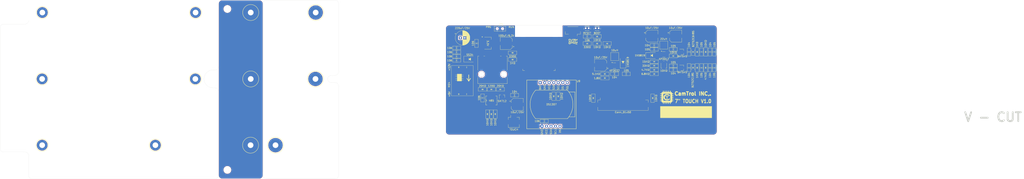
<source format=kicad_pcb>
(kicad_pcb (version 20240108) (generator "pcbnew") (generator_version "8.0")
  (layers (0 "F.Cu" signal) (31 "B.Cu" signal) (34 "B.Paste" user) (35 "F.Paste" user) (36 "B.SilkS" user "B.Silkscreen") (37 "F.SilkS" user "F.Silkscreen") (38 "B.Mask" user) (39 "F.Mask" user) (44 "Edge.Cuts" user))
  (net 0 "")
  (net 1 "GNDPWR")
  (net 2 "EN")
  (net 3 "+12P")
  (net 4 "RxD0")
  (net 5 "TxD0")
  (net 6 "BOOT")
  (net 7 "+5V")
  (net 8 "SDA")
  (net 9 "SCL")
  (net 10 "Net-(H1-Pad1)")
  (net 11 "Net-(H10-Pad1)")
  (net 12 "/485-B")
  (net 13 "/485-A")
  (net 14 "DI")
  (net 15 "ENABLE")
  (net 16 "RO")
  (net 17 "+3V3")
  (net 18 "R2")
  (net 19 "Net-(D32-A)")
  (net 20 "Net-(D33-K)")
  (net 21 "VGL")
  (net 22 "Net-(D35-A)")
  (net 23 "Net-(D32-COM)")
  (net 24 "Net-(D34-COM)")
  (net 25 "Net-(D34-A)")
  (net 26 "VGH")
  (net 27 "AVDD_LCD")
  (net 28 "Net-(AUX_BT1-Pad2)")
  (net 29 "VLED+")
  (net 30 "Net-(J8-Pad12)")
  (net 31 "HUMAN-SENSOR")
  (net 33 "Net-(J8-Pad10)")
  (net 34 "Net-(SW1-A)")
  (net 35 "Net-(R58-Pad2)")
  (net 36 "Net-(U6-FB)")
  (net 37 "LCD_VDD_EN")
  (net 38 "BL_EN_1")
  (net 39 "Net-(U7-FB)")
  (net 40 "Net-(D37-A)")
  (net 45 "R5")
  (net 46 "CTP_IRQ")
  (net 47 "G3")
  (net 48 "LCD_RST")
  (net 49 "R4")
  (net 50 "DCLK")
  (net 51 "CTP_RST")
  (net 53 "B5")
  (net 54 "HSYSNC")
  (net 55 "B6")
  (net 56 "B4")
  (net 57 "G6")
  (net 58 "G7")
  (net 59 "G5")
  (net 60 "B3")
  (net 61 "DE")
  (net 62 "G4")
  (net 63 "R7")
  (net 64 "R3")
  (net 65 "B7")
  (net 67 "G2")
  (net 68 "R6")
  (net 69 "VSYSNC")
  (net 70 "Net-(AUX_BT1-Pad3)")
  (net 71 "Net-(AUX_BT1-Pad1)")
  (net 72 "VLED-")
  (net 73 "Net-(J14-Pin_8)")
  (net 74 "Net-(J14-Pin_47)")
  (net 75 "CTP_SDA")
  (net 76 "CTP_SCL")
  (net 77 "VCOM")
  (net 81 "Net-(J1-Pin_1)")
  (footprint "Server:R_0805_HandSoldering" (layer "F.Cu") (at 116.1 58.7)
    (property "Reference" "R58" (hide yes))
    (property "Value" "330Ω")
  )
  (footprint "Server:C_0805_HandSoldering" (layer "F.Cu") (at 131.4 75.8 180)
    (property "Reference" "C37" (hide yes))
    (property "Value" "104")
  )
  (footprint "Server:C_0805_HandSoldering" (layer "F.Cu") (at 164.4 71.2)
    (property "Reference" "C32" (hide yes))
    (property "Value" "105")
  )
  (footprint "Server:NW3-SK-02" (layer "F.Cu") (at 67.1 50.3)
    (property "Reference" "SW1" (hide yes))
    (property "Value" "NW3-SK-02" (hide yes))
  )
  (footprint "Server:R_0805_HandSoldering" (layer "F.Cu") (at 57.35 84.5 180)
    (property "Reference" "R70" (hide yes))
    (property "Value" "20KΩ")
  )
  (footprint "Server.pretty:MountingHole_3.2mm_M3-support" (layer "F.Cu") (at -72.755 78.61)
    (property "Reference" "H10" (hide yes))
    (property "Value" "MH" (hide yes))
  )
  (footprint "Potentiometer_SMD:Potentiometer_Bourns_TC33X_Vertical" (layer "F.Cu") (at 159.1 70.7 -90)
    (property "Reference" "AUX_BT1" (hide yes))
    (property "Value" "10KΩ")
  )
  (footprint "Server:D_SMA" (layer "F.Cu") (at 152.4 65.4)
    (property "Reference" "D35" (hide yes))
    (property "Value" "1N5819")
  )
  (footprint "Server:MP3-2x4x3.5mm-TACT" (layer "F.Cu") (at 116.05 50.05 180)
    (property "Reference" "SW2" (hide yes))
    (property "Value" "SW_Push" (hide yes))
  )
  (footprint "Server:R_0805_HandSoldering" (layer "F.Cu") (at 74.2 63.9)
    (property "Reference" "R74" (hide yes))
    (property "Value" "330Ω")
  )
  (footprint "Server:R_0805_HandSoldering" (layer "F.Cu") (at 153.7 68.9)
    (property "Reference" "R57" (hide yes))
    (property "Value" "15KΩ")
  )
  (footprint "Server:SOT-23" (layer "F.Cu") (at 68.25 88.3 90)
    (property "Reference" "D28" (hide yes))
    (property "Value" "SM712")
  )
  (footprint "Server:C_0805_HandSoldering" (layer "F.Cu") (at 138 75.8)
    (property "Reference" "C36" (hide yes))
    (property "Value" "105")
  )
  (footprint "Capacitor_SMD:CP_Elec_6.3x3" (layer "F.Cu") (at 123.6 70.8 180)
    (property "Reference" "C35" (hide yes))
    (property "Value" "10uF/25V")
  )
  (footprint "Server:R_0805_HandSoldering" (layer "F.Cu") (at 126 78.1)
    (property "Reference" "R66" (hide yes))
    (property "Value" "1.8Ω")
  )
  (footprint "Server:C_0805_HandSoldering" (layer "F.Cu") (at 187.4 63.4 90)
    (property "Reference" "C22" (hide yes))
    (property "Value" "105")
  )
  (footprint "Server.pretty:MountingHole_3.2mm_M3-pcb" (layer "F.Cu") (at -189.8 115.88)
    (property "Reference" "H4" (hide yes))
    (property "Value" "MH" (hide yes))
  )
  (footprint "Server:C_0805_HandSoldering" (layer "F.Cu") (at 164.4 73.5)
    (property "Reference" "C31" (hide yes))
    (property "Value" "104")
  )
  (footprint "Server:SOT-23" (layer "F.Cu") (at 169.4 63.4)
    (property "Reference" "D32" (hide yes))
    (property "Value" "BAT54S")
  )
  (footprint "Server:SOT-23" (layer "F.Cu") (at 169.4 72.3)
    (property "Reference" "D34" (hide yes))
    (property "Value" "BAT54S")
  )
  (footprint "Server.pretty:MountingHole_3.2mm_M3-support" (layer "F.Cu") (at -72.755 41.23)
    (property "Reference" "H12" (hide yes))
    (property "Value" "MH" (hide yes))
  )
  (footprint "Server:D_SMA" (layer "F.Cu") (at 50.2 67.5)
    (property "Reference" "D33" (hide yes))
    (property "Value" "SS34")
  )
  (footprint "Server:R_0805_HandSoldering" (layer "F.Cu") (at 153.7 75.8)
    (property "Reference" "R62" (hide yes))
    (property "Value" "6.8KΩ")
  )
  (footprint "Server.pretty:MountingHole_3.2mm_M3-support" (layer "F.Cu") (at -36.295 41.23)
    (property "Reference" "H1" (hide yes))
    (property "Value" "MH" (hide yes))
  )
  (footprint "Server:MAX485" (layer "F.Cu") (at 62.305 90.733 90)
    (property "Reference" "U8" (hide yes))
    (property "Value" "485")
  )
  (footprint "Package_TO_SOT_SMD:SOT-223" (layer "F.Cu") (at 60.31 58.5)
    (property "Reference" "U3" (hide yes))
    (property "Value" "3.3V")
  )
  (footprint "Server:C_0805_HandSoldering" (layer "F.Cu") (at 187.4 72.3 90)
    (property "Reference" "C27" (hide yes))
    (property "Value" "105")
  )
  (footprint "Server:R_0805_HandSoldering" (layer "F.Cu") (at 74.2 67.7)
    (property "Reference" "R73" (hide yes))
    (property "Value" "1KΩ")
  )
  (footprint "Server:CD43" (layer "F.Cu") (at 131.5 66 180)
    (property "Reference" "L2" (hide yes))
    (property "Value" "10uH")
  )
  (footprint "Server:D_SOD-323_HandSoldering" (layer "F.Cu") (at 175.5 72.3225 -90)
    (property "Reference" "D31" (hide yes))
    (property "Value" "BZT52C18S")
  )
  (footprint "Server:C_0805_HandSoldering" (layer "F.Cu") (at 180.2 63.4 -90)
    (property "Reference" "C16" (hide yes))
    (property "Value" "105")
  )
  (footprint "Server.pretty:logo" (layer "F.Cu") (at 160.7875 88.9)
    (property "Reference" "G***" (hide yes))
    (property "Value" "LOGO" (hide yes))
  )
  (footprint "Server:D_SMA" (layer "F.Cu") (at 136.2 69.1 90)
    (property "Reference" "D37" (hide yes))
    (property "Value" "1N5819")
  )
  (footprint "Server:C_0805_HandSoldering" (layer "F.Cu") (at 153.7 59.7)
    (property "Reference" "C29" (hide yes))
    (property "Value" "104")
  )
  (footprint "Connector_FFC-FPC:Hirose_FH12-50S-0.5SH_1x50-1MP_P0.50mm_Horizontal" (layer "F.Cu") (at 136.15 91.75)
    (property "Reference" "J14" (hide yes))
    (property "Value" "Conn_01x50")
  )
  (footprint "Server:C_0805_HandSoldering" (layer "F.Cu") (at 185 72.3 90)
    (property "Reference" "C26" (hide yes))
    (property "Value" "104")
  )
  (footprint "Server:C_0805_HandSoldering" (layer "F.Cu") (at 164.4 62)
    (property "Reference" "C33" (hide yes))
    (property "Value" "105")
  )
  (footprint "Server:C_0805_HandSoldering" (layer "F.Cu") (at 180.2 72.3 -90)
    (property "Reference" "C25" (hide yes))
    (property "Value" "105")
  )
  (footprint "Server:R_0805_HandSoldering" (layer "F.Cu") (at 177.8 72.3 -90)
    (property "Reference" "R53" (hide yes))
    (property "Value" "1KΩ")
  )
  (footprint "Server:TZT-SMD" (layer "F.Cu") (at 44.1 81.825 -90)
    (property "Reference" "MO4")
    (property "Value" "MP1584" (hide yes))
  )
  (footprint "Server:C_0805_HandSoldering" (layer "F.Cu") (at 173.2 63.4 -90)
    (property "Reference" "C23" (hide yes))
    (property "Value" "104")
  )
  (footprint "Server.pretty:MountingHole_3.2mm_M3-pcb" (layer "F.Cu") (at -103.83 78.61)
    (property "Reference" "H6" (hide yes))
    (property "Value" "MH" (hide yes))
  )
  (footprint "Server:R_0805_HandSoldering" (layer "F.Cu") (at 152.8 89.4 90)
    (property "Reference" "R69" (hide yes))
    (property "Value" "10KΩ")
  )
  (footprint "Server:R_0805_HandSoldering" (layer "F.Cu") (at 164.4 65.7 180)
    (property "Reference" "R50" (hide yes))
    (property "Value" "10KΩ")
  )
  (footprint "Server:R_0805_HandSoldering" (layer "F.Cu") (at 153.7 73.5)
    (property "Reference" "R64" (hide yes))
    (property "Value" "4.7KΩ")
  )
  (footprint "Capacitor_SMD:CP_Elec_6.3x5.3" (layer "F.Cu") (at 70.7 58.6 180)
    (property "Reference" "C19" (hide yes))
    (property "Value" "100uF/6.3V")
  )
  (footprint "Server:R_0805_HandSoldering" (layer "F.Cu") (at 97.3 88.35 90)
    (property "Reference" "R61" (hide yes))
    (property "Value" "10KΩ")
  )
  (footprint "Capacitor_SMD:CP_Elec_6.3x3" (layer "F.Cu") (at 165.7 54.5)
    (property "Reference" "C34" (hide yes))
    (property "Value" "10uF/25V")
  )
  (footprint "Capacitor_THT:CP_Radial_D8.0mm_P2.50mm" (layer "F.Cu") (at 44.9 55.5)
    (property "Reference" "C17" (hide yes))
    (property "Value" "220uF/25V")
  )
  (footprint "Server:RJ45_LED_SMD" (layer "F.Cu") (at 62.99 64.17)
    (property "Reference" "J8" (hide yes))
    (property "Value" "RJ45_LED" (hide yes))
  )
  (footprint "Server:R_0805_HandSoldering" (layer "F.Cu") (at 119.5 89.4 90)
    (property "Reference" "R68" (hide yes))
    (property "Value" "10KΩ")
  )
  (footprint "Capacitor_SMD:CP_Elec_6.3x3" (layer "F.Cu") (at 152.4 54.5)
    (property "Reference" "C30" (hide yes))
    (property "Value" "10uF/25V")
  )
  (footprint "Server:R_0805_HandSoldering" (layer "F.Cu") (at 153.7 71.2 180)
    (property "Reference" "R63" (hide yes))
    (property "Value" "33KΩ")
  )
  (footprint "Server:C_0805_HandSoldering" (layer "F.Cu") (at 173.2 72.3 -90)
    (property "Reference" "C24" (hide yes))
    (property "Value" "104")
  )
  (footprint "Server:C_0805_HandSoldering" (layer "F.Cu") (at 42.8 68.16)
    (property "Reference" "C4" (hide yes))
    (property "Value" "106")
  )
  (footprint "Server:R_0805_HandSoldering" (layer "F.Cu") (at 121.65 58.7 180)
    (property "Reference" "R56" (hide yes))
    (property "Value" "10KΩ")
  )
  (footprint "Server:C_0805_HandSoldering" (layer "F.Cu") (at 42.8 65.86)
    (property "Reference" "C3" (hide yes))
    (property "Value" "106")
  )
  (footprint "Server:R_0805_HandSoldering" (layer "F.Cu") (at 62.3 84.5 180)
    (property "Reference" "R71" (hide yes))
    (property "Value" "120Ω")
  )
  (footprint "Server:R_0805_HandSoldering" (layer "F.Cu") (at 182.6 63.4 -90)
    (property "Reference" "R52" (hide yes))
    (property "Value" "10KΩ")
  )
  (footprint "Server:C_0805_HandSoldering" (layer "F.Cu") (at 75.3 87.7)
    (property "Reference" "C14" (hide yes))
    (property "Value" "104")
  )
  (footprint "Package_TO_SOT_SMD:SOT-23-5" (layer "F.Cu") (at 159.1 64.7)
    (property "Reference" "U6" (hide yes))
    (property "Value" "AP3012")
  )
  (footprint "Server:R_0805_HandSoldering" (layer "F.Cu") (at 64.5 98.4 -90)
    (property "Reference" "R37" (hide yes))
    (property "Value" "10KΩ")
  )
  (footprint "Server.pretty:MountingHole_3.2mm_M3-support" (layer "F.Cu") (at -58.845 115.88)
    (property "Reference" "H8" (hide yes))
    (property "Value" "MH" (hide yes))
  )
  (footprint "Connector_JST:JST_GH_SM04B-GHS-TB_1x04-1MP_P1.25mm_Horizontal" (layer "F.Cu") (at 108.075 51.7 180)
    (property "Reference" "J1" (hide yes))
    (property "Value" "Conn_01x04_Pin" (hide yes))
  )
  (footprint "Server:R_0805_HandSoldering" (layer "F.Cu") (at 177.8 63.4 -90)
    (property "Reference" "R51" (hide yes))
    (property "Value" "1KΩ")
  )
  (footprint "Server:C_0805_HandSoldering" (layer "F.Cu") (at 185 63.4 90)
    (property "Reference" "C21" (hide yes))
    (property "Value" "104")
  )
  (footprint "Server.pretty:MountingHole_3.2mm_M3-pcb" (layer "F.Cu") (at -189.83 78.61)
    (property "Reference" "H2" (hide yes))
    (property "Value" "MH" (hide yes))
  )
  (footprint "Server:R_0805_HandSoldering" (layer "F.Cu") (at 99.84 88.35 90)
    (property "Reference" "R60" (hide yes))
    (property "Value" "10KΩ")
  )
  (footprint "Server:C_0805_HandSoldering" (layer "F.Cu") (at 153.7 62)
    (property "Reference" "C28" (hide yes))
    (property "Value" "105")
  )
  (footprint "Server:R_0805_HandSoldering" (layer "F.Cu") (at 121.65 54.7)
    (property "Reference" "R59" (hide yes))
    (property "Value" "10KΩ")
  )
  (footprint "Server:ESP32-S3-PCB" (layer "F.Cu") (at 89.105 63.955)
    (property "Reference" "U5" (hide yes))
    (property "Value" "ESP32-S3-PCB" (hide yes))
  )
  (footprint "Connector_FFC-FPC:Hirose_FH12-6S-0.5SH_1x06-1MP_P0.50mm_Horizontal" (layer "F.Cu") (at 74.9 101.45)
    (property "Reference" "J6" (hide yes))
    (property "Value" "TOUCH")
  )
  (footprint "Server:D_SOD-323_HandSoldering" (layer "F.Cu") (at 175.5 63.3775 90)
    (property "Reference" "D30" (hide yes))
    (property "Value" "BZT52C6V8S")
  )
  (footprint "Server:R_0805_HandSoldering" (layer "F.Cu") (at 60.1 98.4 -90)
    (property "Reference" "R47" (hide yes))
    (property "Value" "10KΩ")
  )
  (footprint "Server:DS1307" (layer "F.Cu") (at 96.055 92.95)
    (property "Reference" "U9")
    (property "Value" "DS1307")
  )
  (footprint "Server.pretty:MountingHole_3.2mm_M3-pcb" (layer "F.Cu") (at -103.71 41.23)
    (property "Reference" "H5" (hide yes))
    (property "Value" "MH" (hide yes))
  )
  (footprint "Server:R_0805_HandSoldering" (layer "F.Cu") (at 62.3 98.4 -90)
    (property "Reference" "R38" (hide yes))
    (property "Value" "10KΩ")
  )
  (footprint "Server.pretty:MountingHole_3.2mm_M3-support" (layer "F.Cu") (at -36.415 78.61)
    (property "Reference" "H9" (hide yes))
    (property "Value" "MH" (hide yes))
  )
  (footprint "Server.pretty:MountingHole_3.2mm_M3-pcb" (layer "F.Cu") (at -189.71 41.23)
    (property "Reference" "H3" (hide yes))
    (property "Value" "MH" (hide yes))
  )
  (footprint "Capacitor_SMD:CP_Elec_6.3x3" (layer "F.Cu") (at 76.85 93)
    (property "Reference" "C13" (hide yes))
    (property "Value" "10uF/25V")
  )
  (footprint "Server:C_0805_HandSoldering" (layer "F.Cu") (at 57.4 89.3 -90)
    (property "Reference" "C15" (hide yes))
    (property "Value" "106")
  )
  (footprint "Server:C_0805_HandSoldering" (layer "F.Cu") (at 42.8 63.5)
    (property "Reference" "C2" (hide yes))
    (property "Value" "106")
  )
  (footprint "Server:R_0805_HandSoldering" (layer "F.Cu") (at 67.3 84.5)
    (property "Reference" "R72" (hide yes))
    (property "Value" "20KΩ")
  )
  (footprint "Package_TO_SOT_SMD:SOT-23-6" (layer "F.Cu") (at 131.4 71.1)
    (property "Reference" "U7" (hide yes))
    (property "Value" "AP3032")
  )
  (footprint "Server:CD43" (layer "F.Cu") (at 159 59.6 180)
    (property "Reference" "L1" (hide yes))
    (property "Value" "22uH")
  )
  (footprint "Server.pretty:MountingHole_3.2mm_M3-pcb" (layer "F.Cu") (at -126.26 115.88)
    (property "Reference" "H7" (hide yes))
    (property "Value" "MH" (hide yes))
  )
  (footprint "Server.pretty:MountingHole_3.2mm_M3-support" (layer "F.Cu") (at -72.845 115.88)
    (property "Reference" "He1" (hide yes))
    (property "Value" "MH" (hide yes))
  )
  (footprint "Server:C_0805_HandSoldering" (layer "F.Cu") (at 92.02 102.35 180)
    (property "Reference" "C38" (hide yes))
    (property "Value" "106")
  )
  (footprint "Server:C_0805_HandSoldering" (layer "F.Cu") (at 116.1 54.7)
    (property "Reference" "C20" (hide yes))
    (property "Value" "106")
  )
  (footprint "Server:C_0805_HandSoldering" (layer "F.Cu") (at 53.91 58.6 90)
    (property "Reference" "C18" (hide yes))
    (property "Value" "106")
  )
  (footprint "Server:R_0805_HandSoldering" (layer "F.Cu") (at 127.3 58.7 180)
    (property "Reference" "R67" (hide yes))
    (property "Value" "10KΩ")
  )
  (footprint "Server:R_0805_HandSoldering" (layer "F.Cu") (at 182.6 72.3 -90)
    (property "Reference" "R54" (hide yes))
    (property "Value" "47KΩ")
  )
  (footprint "Server:R_0805_HandSoldering" (layer "F.Cu") (at 126 75.8 180)
    (property "Reference" "R65" (hide yes))
    (property "Value" "5.1KΩ")
  )
  (footprint "Server:MP3-2x4x3.5mm-TACT" (layer "F.Cu") (at 121.65 50.05 180)
    (property "Reference" "SW3" (hide yes))
    (property "Value" "SW_Push" (hide yes))
  )
  (footprint "Server:C_0805_HandSoldering" (layer "F.Cu") (at 42.8 61.2)
    (property "Reference" "C1" (hide yes))
    (property "Value" "106")
  )
  (gr_rect (start 157.1625 94) (end 186.0375 100.475) (stroke (width 0.12)) (fill solid) (layer "F.SilkS"))
  (gr_arc (start -65.845 36.23) (mid -65.259214 34.815786) (end -63.845 34.23) (stroke (width 0.05)) (layer "Edge.Cuts"))
  (gr_line (start 36.6 108.1) (end 36.6 50.3) (stroke (width 0.05)) (layer "Edge.Cuts"))
  (gr_arc (start -197.41 45.73) (mid -197.995786 47.144214) (end -199.41 47.73) (stroke (width 0.05)) (layer "Edge.Cuts"))
  (gr_arc (start -195.41 134.83) (mid -196.824214 134.244214) (end -197.41 132.83) (stroke (width 0.05)) (layer "Edge.Cuts"))
  (gr_arc (start -90.86 132.83) (mid -91.445786 134.244214) (end -92.86 134.83) (stroke (width 0.05)) (layer "Edge.Cuts"))
  (gr_line (start -63.845 34.23) (end -25.445 34.23) (stroke (width 0.05)) (layer "Edge.Cuts"))
  (gr_arc (start -88.86 134.83) (mid -90.274214 134.244214) (end -90.86 132.83) (stroke (width 0.05)) (layer "Edge.Cuts"))
  (gr_arc (start -25.445 80.59) (mid -24.030637 81.175854) (end -23.444776 82.590224) (stroke (width 0.05)) (layer "Edge.Cuts"))
  (gr_arc (start -90.86 36.23) (mid -90.274214 34.815786) (end -88.86 34.23) (stroke (width 0.05)) (layer "Edge.Cuts"))
  (gr_line (start -199.41 47.73) (end -211.445 47.73) (stroke (width 0.05)) (layer "Edge.Cuts"))
  (gr_arc (start 38.6 110.1) (mid 37.185786 109.514214) (end 36.6 108.1) (stroke (width 0.05)) (layer "Edge.Cuts"))
  (gr_arc (start -199.41 119.73) (mid -197.995786 120.315786) (end -197.41 121.73) (stroke (width 0.05)) (layer "Edge.Cuts"))
  (gr_arc (start -23.445 132.83) (mid -24.030786 134.244214) (end -25.445 134.83) (stroke (width 0.05)) (layer "Edge.Cuts"))
  (gr_line (start -199.41 119.73) (end -211.445 119.73) (stroke (width 0.05)) (layer "Edge.Cuts"))
  (gr_arc (start -93.99 83.57) (mid -98.99 78.57) (end -93.99 73.57) (stroke (width 0.05)) (layer "Edge.Cuts"))
  (gr_arc (start -65.845 132.83) (mid -66.430786 134.244214) (end -67.845 134.83) (stroke (width 0.05)) (layer "Edge.Cuts"))
  (gr_line (start -195.41 134.83) (end -92.86 134.83) (stroke (width 0.05)) (layer "Edge.Cuts"))
  (gr_line (start -65.845 132.83) (end -65.845 36.23) (stroke (width 0.05)) (layer "Edge.Cuts"))
  (gr_line (start -92.86 83.57) (end -93.99 83.57) (stroke (width 0.05)) (layer "Edge.Cuts"))
  (gr_line (start -88.86 34.23) (end -67.845 34.23) (stroke (width 0.05)) (layer "Edge.Cuts"))
  (gr_line (start 38.6 48.3) (end 187 48.3) (stroke (width 0.05)) (layer "Edge.Cuts"))
  (gr_line (start 189 108.1) (end 189 50.3) (stroke (width 0.05)) (layer "Edge.Cuts"))
  (gr_arc (start -67.845 34.23) (mid -66.430786 34.815786) (end -65.845 36.23) (stroke (width 0.05)) (layer "Edge.Cuts"))
  (gr_line (start -213.445 49.73) (end -213.445 117.73) (stroke (width 0.05)) (layer "Edge.Cuts"))
  (gr_arc (start 189 108.1) (mid 188.414214 109.514214) (end 187 110.1) (stroke (width 0.05)) (layer "Edge.Cuts"))
  (gr_line (start -197.41 132.83) (end -197.41 121.73) (stroke (width 0.05)) (layer "Edge.Cuts"))
  (gr_line (start -92.86 73.57) (end -93.99 73.57) (stroke (width 0.05)) (layer "Edge.Cuts"))
  (gr_line (start -23.445 36.23) (end -23.445 74.589776) (stroke (width 0.05)) (layer "Edge.Cuts"))
  (gr_arc (start 36.6 50.3) (mid 37.185786 48.885786) (end 38.6 48.3) (stroke (width 0.05)) (layer "Edge.Cuts"))
  (gr_arc (start -211.445 119.73) (mid -212.859214 119.144214) (end -213.445 117.73) (stroke (width 0.05)) (layer "Edge.Cuts"))
  (gr_line (start -23.445 132.83) (end -23.445 82.59) (stroke (width 0.05)) (layer "Edge.Cuts"))
  (gr_line (start -25.445 76.59) (end -27.555 76.59) (stroke (width 0.05)) (layer "Edge.Cuts"))
  (gr_line (start -65.845 131.23) (end -65.845 36.23) (stroke (width 0.05)) (layer "Edge.Cuts"))
  (gr_arc (start -23.445 74.589776) (mid -24.030845 76.004155) (end -25.445224 76.59) (stroke (width 0.05)) (layer "Edge.Cuts"))
  (gr_arc (start -27.555 80.59) (mid -29.555 78.59) (end -27.555 76.59) (stroke (width 0.05)) (layer "Edge.Cuts"))
  (gr_arc (start -213.445 49.73) (mid -212.859214 48.315786) (end -211.445 47.73) (stroke (width 0.05)) (layer "Edge.Cuts"))
  (gr_arc (start -90.86 71.57) (mid -91.445786 72.984214) (end -92.86 73.57) (stroke (width 0.05)) (layer "Edge.Cuts"))
  (gr_arc (start 187 48.3) (mid 188.414214 48.885786) (end 189 50.3) (stroke (width 0.05)) (layer "Edge.Cuts"))
  (gr_line (start -90.86 132.83) (end -90.86 36.23) (stroke (width 0.05)) (layer "Edge.Cuts"))
  (gr_circle (center -85.86 39.23) (end -83.86 39.23) (stroke (width 0.1)) (fill none) (layer "Edge.Cuts"))
  (gr_arc (start -92.86 83.57) (mid -91.445786 84.155786) (end -90.86 85.57) (stroke (width 0.05)) (layer "Edge.Cuts"))
  (gr_line (start -88.86 134.83) (end -67.845 134.83) (stroke (width 0.05)) (layer "Edge.Cuts"))
  (gr_arc (start -63.845 134.83) (mid -65.259214 134.244214) (end -65.845 132.83) (stroke (width 0.05)) (layer "Edge.Cuts"))
  (gr_arc (start -25.445 34.23) (mid -24.030786 34.815786) (end -23.445 36.23) (stroke (width 0.05)) (layer "Edge.Cuts"))
  (gr_circle (center -85.86 129.8) (end -83.86 129.8) (stroke (width 0.1)) (fill none) (layer "Edge.Cuts"))
  (gr_line (start -25.445 80.59) (end -27.555 80.59) (stroke (width 0.05)) (layer "Edge.Cuts"))
  (gr_line (start -63.845 134.83) (end -25.445 134.83) (stroke (width 0.05)) (layer "Edge.Cuts"))
  (gr_line (start 38.6 110.1) (end 187 110.1) (stroke (width 0.05)) (layer "Edge.Cuts"))
  (gr_line (start -63.845 134.83) (end -25.445 134.83) (stroke (width 0.05)) (layer "Edge.Cuts"))
  (gr_text "RxD" (at 108.7 58.971429 -90) (layer "F.SilkS") (effects (font (size 1 1) (thickness 0.2) (bold yes)) (justify right)))
  (gr_text "3.3V" (at 109.95 59.4 -90) (layer "F.SilkS") (effects (font (size 1 1) (thickness 0.2) (bold yes)) (justify right)))
  (gr_text "TxD" (at 107.45 58.733334 -90) (layer "F.SilkS") (effects (font (size 1 1) (thickness 0.2) (bold yes)) (justify right)))
  (gr_text "GND" (at 106.2 59.209524 -90) (layer "F.SilkS") (effects (font (size 1 1) (thickness 0.2) (bold yes)) (justify right)))
  (gr_text "CamTrol INC,." (at 164.7875 86.9 0) (layer "F.SilkS") (effects (font (size 2 2) (thickness 0.5)) (justify left)))
  (gr_text "7{dblquote} TOUCH V1.0" (at 165 91.15 0) (layer "F.SilkS") (effects (font (size 2 1.8) (thickness 0.4)) (justify left)))
  (gr_text "V - CUT" (at 327.1 103 0) (layer "Edge.Cuts") (effects (font (size 5 5) (thickness 1) (bold yes)) (justify left bottom)))
  (segment (start 125.9 89.9) (end 125.9 91.275) (width 0.3) (layer "F.Cu") (net 1))
  (segment (start 140.9 89.9) (end 140.9 91.275) (width 0.3) (layer "F.Cu") (net 1))
  (segment (start 147.4 89.9) (end 147.4 91.275) (width 0.3) (layer "F.Cu") (net 1))
  (segment (start 136.4 89.9) (end 136.4 91.275) (width 0.3) (layer "F.Cu") (net 1))
  (segment (start 136.9 89.9) (end 136.9 91.275) (width 0.3) (layer "F.Cu") (net 1))
  (segment (start 140.4 89.9) (end 140.4 91.275) (width 0.3) (layer "F.Cu") (net 1))
  (segment (start 142.4 89.9) (end 142.4 91.275) (width 0.3) (layer "F.Cu") (net 1))
  (segment (start 131.9 89.9) (end 131.9 88.525) (width 0.3) (layer "F.Cu") (net 1))
  (segment (start 147.4 89.9) (end 147.4 88.525) (width 0.3) (layer "F.Cu") (net 1))
  (segment (start 142.4 89.9) (end 142.4 88.525) (width 0.3) (layer "F.Cu") (net 1))
  (segment (start 74.65 99.6) (end 74.65 98.125) (width 0.3) (layer "F.Cu") (net 1))
  (segment (start 132.4 89.9) (end 132.4 88.525) (width 0.3) (layer "F.Cu") (net 1))
  (segment (start 131.9 89.9) (end 131.9 91.275) (width 0.3) (layer "F.Cu") (net 1))
  (segment (start 74.65 99.6) (end 74.65 100.975) (width 0.3) (layer "F.Cu") (net 1))
  (segment (start 140.4 89.9) (end 140.4 88.525) (width 0.3) (layer "F.Cu") (net 1))
  (segment (start 125.9 89.9) (end 125.9 88.525) (width 0.3) (layer "F.Cu") (net 1))
  (segment (start 132.9 89.9) (end 132.9 88.525) (width 0.3) (layer "F.Cu") (net 1))
  (segment (start 141.4 89.9) (end 141.4 91.275) (width 0.3) (layer "F.Cu") (net 1))
  (segment (start 132.9 89.9) (end 132.9 91.275) (width 0.3) (layer "F.Cu") (net 1))
  (segment (start 136.4 89.9) (end 136.4 88.525) (width 0.3) (layer "F.Cu") (net 1))
  (segment (start 136.9 89.9) (end 136.9 88.525) (width 0.3) (layer "F.Cu") (net 1))
  (segment (start 141.4 89.9) (end 141.4 88.525) (width 0.3) (layer "F.Cu") (net 1))
  (segment (start -124.43 116.27) (end -124.43 117.29) (width 0.3) (layer "B.Cu") (net 1))
  (segment (start -124.43 117.29) (end -124.42 117.3) (width 0.3) (layer "B.Cu") (net 1))
  (segment (start -125.55 114.03) (end -125.35 114.23) (width 0.3) (layer "B.Cu") (net 1))
  (zone (net 1) (net_name "GNDPWR") (layers "F&B.Cu") (connect_pads (clearance 0.5)) (min_thickness 0.25) (fill yes (thermal_gap 0.5) (thermal_bridge_width 0.5))
    (polygon (pts (xy 189 48.3) (xy 36.6 48.3) (xy 36.6 110.1) (xy 189 110.1)))
  )
  (zone (net 0) (net_name "") (layers "F&B.Cu") (name "ANT") (connect_pads (clearance 0)) (min_thickness 0.25)
    (keepout (tracks not_allowed) (vias not_allowed) (pads not_allowed) (copperpour not_allowed) (footprints not_allowed))
    (fill (thermal_gap 0.5) (thermal_bridge_width 0.5))
    (polygon (pts (xy 75.565 48.515) (xy 75.565 54.965) (xy 102.345 54.965) (xy 102.345 48.515)))
  )
  (zone (net 11) (net_name "Net-(H10-Pad1)") (layers "F&B.Cu") (connect_pads (clearance 0.5)) (min_thickness 0.25) (fill yes (thermal_gap 0.5) (thermal_bridge_width 0.5))
    (polygon (pts (xy -65.805 34.18) (xy -90.855 34.18) (xy -90.855 134.939165) (xy -65.805 134.95)))
  )
)
</source>
